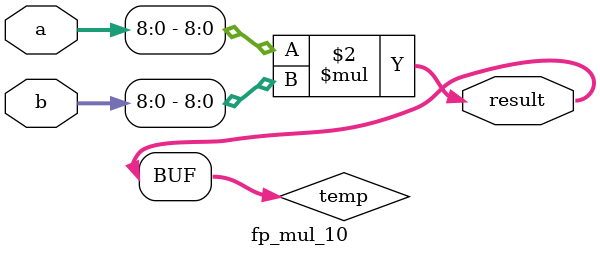
<source format=v>
`timescale 1ns / 1ps

module fp_mul_10 #(parameter Q = 4,parameter N = 10)
	(
	 input [N-1:0]	a,
	 input [N-1:0]	b,
	 output [2*N-1:0] result
	 );
	 
    reg [2*N-1:0] temp;  // Store full 64-bit multiplication
    assign result = temp;  // Directly assign full result

    always @(a, b) begin
        temp <= a[N-2:0] * b[N-2:0]; // Multiply full
    end

endmodule


</source>
